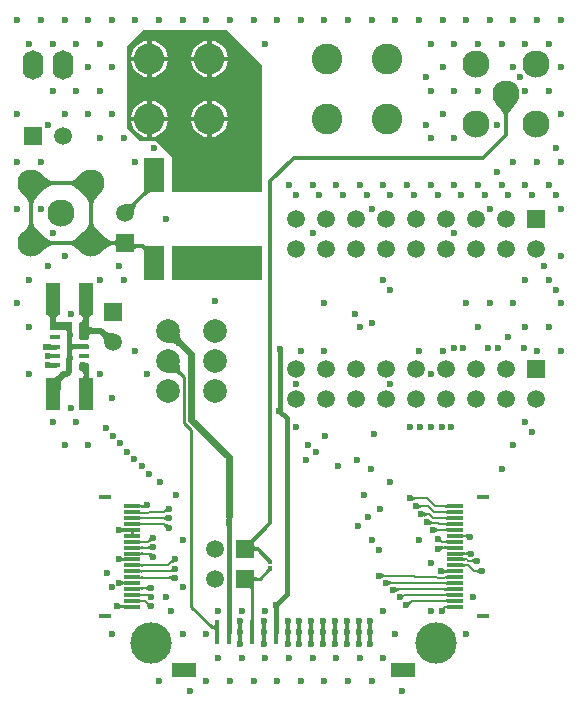
<source format=gtl>
G04*
G04 #@! TF.GenerationSoftware,Altium Limited,Altium Designer,25.0.2 (28)*
G04*
G04 Layer_Physical_Order=1*
G04 Layer_Color=255*
%FSLAX44Y44*%
%MOMM*%
G71*
G04*
G04 #@! TF.SameCoordinates,9294F1C2-9D63-464E-A418-A043A43F256C*
G04*
G04*
G04 #@! TF.FilePolarity,Positive*
G04*
G01*
G75*
%ADD10C,0.2000*%
%ADD12C,0.2500*%
%ADD14R,1.3000X2.7000*%
%ADD15R,1.6800X2.9500*%
%ADD16R,7.6200X2.9500*%
%ADD17R,1.4000X0.3000*%
%ADD18R,1.0000X0.3000*%
%ADD19R,0.3500X0.3500*%
%ADD20R,0.4000X2.0000*%
%ADD21R,2.0000X1.3000*%
%ADD22C,3.5000*%
%ADD23C,2.6000*%
%ADD24C,2.3000*%
%ADD25C,1.5200*%
%ADD26R,1.5200X1.5200*%
%ADD27C,2.0000*%
%ADD28R,1.5200X1.5200*%
%ADD29O,1.7500X2.5000*%
%ADD30C,0.6000*%
%ADD31C,0.6497*%
G04:AMPARAMS|DCode=32|XSize=0.85mm|YSize=0.4mm|CornerRadius=0.1mm|HoleSize=0mm|Usage=FLASHONLY|Rotation=180.000|XOffset=0mm|YOffset=0mm|HoleType=Round|Shape=RoundedRectangle|*
%AMROUNDEDRECTD32*
21,1,0.8500,0.2000,0,0,180.0*
21,1,0.6500,0.4000,0,0,180.0*
1,1,0.2000,-0.3250,0.1000*
1,1,0.2000,0.3250,0.1000*
1,1,0.2000,0.3250,-0.1000*
1,1,0.2000,-0.3250,-0.1000*
%
%ADD32ROUNDEDRECTD32*%
G04:AMPARAMS|DCode=33|XSize=0.85mm|YSize=1.5mm|CornerRadius=0.102mm|HoleSize=0mm|Usage=FLASHONLY|Rotation=180.000|XOffset=0mm|YOffset=0mm|HoleType=Round|Shape=RoundedRectangle|*
%AMROUNDEDRECTD33*
21,1,0.8500,1.2960,0,0,180.0*
21,1,0.6460,1.5000,0,0,180.0*
1,1,0.2040,-0.3230,0.6480*
1,1,0.2040,0.3230,0.6480*
1,1,0.2040,0.3230,-0.6480*
1,1,0.2040,-0.3230,-0.6480*
%
%ADD33ROUNDEDRECTD33*%
G04:AMPARAMS|DCode=34|XSize=0.85mm|YSize=0.7mm|CornerRadius=0.1015mm|HoleSize=0mm|Usage=FLASHONLY|Rotation=180.000|XOffset=0mm|YOffset=0mm|HoleType=Round|Shape=RoundedRectangle|*
%AMROUNDEDRECTD34*
21,1,0.8500,0.4970,0,0,180.0*
21,1,0.6470,0.7000,0,0,180.0*
1,1,0.2030,-0.3235,0.2485*
1,1,0.2030,0.3235,0.2485*
1,1,0.2030,0.3235,-0.2485*
1,1,0.2030,-0.3235,-0.2485*
%
%ADD34ROUNDEDRECTD34*%
%ADD35C,0.5000*%
%ADD36C,0.4000*%
%ADD37C,0.3000*%
%ADD38C,0.3287*%
%ADD39C,0.6000*%
G36*
X453283Y496056D02*
X451233Y493743D01*
X450400Y492662D01*
X449695Y491630D01*
X449119Y490648D01*
X448670Y489716D01*
X448350Y488833D01*
X448158Y488001D01*
X448094Y487218D01*
X444807D01*
X444743Y488001D01*
X444551Y488833D01*
X444230Y489716D01*
X443782Y490648D01*
X443205Y491630D01*
X442501Y492662D01*
X441668Y493743D01*
X439618Y496056D01*
X438400Y497287D01*
X454500D01*
X453283Y496056D01*
D02*
G37*
G36*
X146578Y422661D02*
X146249Y422767D01*
X145864Y422772D01*
X145422Y422675D01*
X144925Y422476D01*
X144372Y422175D01*
X143764Y421773D01*
X143099Y421268D01*
X141601Y419954D01*
X140768Y419145D01*
X138157Y421180D01*
X138875Y421922D01*
X139990Y423220D01*
X140387Y423778D01*
X140676Y424273D01*
X140858Y424707D01*
X140932Y425080D01*
X140899Y425391D01*
X140759Y425640D01*
X140511Y425828D01*
X146578Y422661D01*
D02*
G37*
G36*
X239550Y530450D02*
Y422600D01*
X163350D01*
Y451350D01*
X164000Y452000D01*
X150000Y466000D01*
X137000D01*
X126000Y477000D01*
Y546400D01*
X139600Y560000D01*
X210000D01*
X239550Y530450D01*
D02*
G37*
G36*
X87187Y422350D02*
X85956Y423567D01*
X83644Y425617D01*
X82562Y426450D01*
X81530Y427155D01*
X80548Y427732D01*
X79616Y428180D01*
X78733Y428501D01*
X77901Y428693D01*
X77118Y428757D01*
Y432043D01*
X77901Y432107D01*
X78733Y432299D01*
X79616Y432620D01*
X80548Y433068D01*
X81530Y433645D01*
X82562Y434350D01*
X83644Y435182D01*
X85956Y437233D01*
X87187Y438450D01*
Y422350D01*
D02*
G37*
G36*
X54044Y437233D02*
X56357Y435182D01*
X57438Y434350D01*
X58470Y433645D01*
X59452Y433068D01*
X60384Y432620D01*
X61267Y432299D01*
X62099Y432107D01*
X62882Y432043D01*
Y428757D01*
X62099Y428693D01*
X61267Y428501D01*
X60384Y428180D01*
X59452Y427732D01*
X58470Y427155D01*
X57438Y426450D01*
X56357Y425617D01*
X54044Y423567D01*
X52813Y422350D01*
Y438450D01*
X54044Y437233D01*
D02*
G37*
G36*
X102233Y420956D02*
X100183Y418643D01*
X99350Y417562D01*
X98645Y416530D01*
X98068Y415548D01*
X97620Y414616D01*
X97299Y413733D01*
X97107Y412901D01*
X97043Y412118D01*
X93757D01*
X93693Y412901D01*
X93500Y413733D01*
X93180Y414616D01*
X92732Y415548D01*
X92155Y416530D01*
X91450Y417562D01*
X90617Y418643D01*
X88567Y420956D01*
X87350Y422187D01*
X103450D01*
X102233Y420956D01*
D02*
G37*
G36*
X51433D02*
X49383Y418643D01*
X48550Y417562D01*
X47845Y416530D01*
X47268Y415548D01*
X46820Y414616D01*
X46500Y413733D01*
X46307Y412901D01*
X46243Y412118D01*
X42957D01*
X42893Y412901D01*
X42701Y413733D01*
X42380Y414616D01*
X41932Y415548D01*
X41355Y416530D01*
X40650Y417562D01*
X39817Y418643D01*
X37767Y420956D01*
X36550Y422187D01*
X52650D01*
X51433Y420956D01*
D02*
G37*
G36*
X133633Y412009D02*
X133238Y411562D01*
X132885Y411053D01*
X132575Y410483D01*
X132307Y409851D01*
X132082Y409158D01*
X131900Y408405D01*
X131761Y407589D01*
X131664Y406713D01*
X131611Y405775D01*
X131600Y404776D01*
X124076Y412300D01*
X125075Y412311D01*
X126889Y412461D01*
X127704Y412600D01*
X128458Y412782D01*
X129151Y413007D01*
X129783Y413274D01*
X130353Y413585D01*
X130862Y413938D01*
X131309Y414333D01*
X133633Y412009D01*
D02*
G37*
G36*
X97107Y397099D02*
X97299Y396267D01*
X97620Y395384D01*
X98068Y394452D01*
X98645Y393470D01*
X99350Y392438D01*
X100183Y391356D01*
X102233Y389044D01*
X103450Y387813D01*
X87350D01*
X88567Y389044D01*
X90617Y391356D01*
X91450Y392438D01*
X92155Y393470D01*
X92732Y394452D01*
X93180Y395384D01*
X93500Y396267D01*
X93693Y397099D01*
X93757Y397882D01*
X97043D01*
X97107Y397099D01*
D02*
G37*
G36*
X46307D02*
X46500Y396267D01*
X46820Y395384D01*
X47268Y394452D01*
X47845Y393470D01*
X48550Y392438D01*
X49383Y391356D01*
X51433Y389044D01*
X52650Y387813D01*
X36550D01*
X37767Y389044D01*
X39817Y391356D01*
X40650Y392438D01*
X41355Y393470D01*
X41932Y394452D01*
X42380Y395384D01*
X42701Y396267D01*
X42893Y397099D01*
X42957Y397882D01*
X46243D01*
X46307Y397099D01*
D02*
G37*
G36*
X104844Y386433D02*
X107156Y384383D01*
X108238Y383550D01*
X109270Y382845D01*
X110252Y382268D01*
X111184Y381820D01*
X112067Y381499D01*
X112899Y381307D01*
X113552Y381254D01*
X113774Y381260D01*
X114338Y381309D01*
X114836Y381391D01*
X115267Y381506D01*
X115632Y381654D01*
X115930Y381835D01*
X116163Y382048D01*
X116328Y382295D01*
X116428Y382574D01*
X116461Y382887D01*
Y376314D01*
X116428Y376626D01*
X116328Y376905D01*
X116163Y377151D01*
X115930Y377365D01*
X115632Y377546D01*
X115267Y377694D01*
X114836Y377809D01*
X114338Y377891D01*
X113774Y377940D01*
X113552Y377946D01*
X112899Y377893D01*
X112067Y377701D01*
X111184Y377380D01*
X110252Y376932D01*
X109270Y376355D01*
X108238Y375650D01*
X107156Y374817D01*
X104844Y372767D01*
X103613Y371550D01*
Y387650D01*
X104844Y386433D01*
D02*
G37*
G36*
X131572Y379870D02*
X131672Y379590D01*
X131838Y379344D01*
X132070Y379130D01*
X132368Y378950D01*
X132733Y378802D01*
X133164Y378687D01*
X133662Y378604D01*
X134226Y378555D01*
X134856Y378539D01*
Y375252D01*
X134226Y375236D01*
X133662Y375186D01*
X133164Y375104D01*
X132733Y374989D01*
X132368Y374841D01*
X132070Y374661D01*
X131838Y374447D01*
X131672Y374201D01*
X131572Y373921D01*
X131539Y373609D01*
Y380182D01*
X131572Y379870D01*
D02*
G37*
G36*
X87187Y371550D02*
X85956Y372767D01*
X83644Y374817D01*
X82562Y375650D01*
X81530Y376355D01*
X80548Y376932D01*
X79616Y377380D01*
X78733Y377701D01*
X77901Y377893D01*
X77118Y377957D01*
Y381243D01*
X77901Y381307D01*
X78733Y381499D01*
X79616Y381820D01*
X80548Y382268D01*
X81530Y382845D01*
X82562Y383550D01*
X83644Y384383D01*
X85956Y386433D01*
X87187Y387650D01*
Y371550D01*
D02*
G37*
G36*
X54044Y386433D02*
X56357Y384383D01*
X57438Y383550D01*
X58470Y382845D01*
X59452Y382268D01*
X60384Y381820D01*
X61267Y381499D01*
X62099Y381307D01*
X62882Y381243D01*
Y377957D01*
X62099Y377893D01*
X61267Y377701D01*
X60384Y377380D01*
X59452Y376932D01*
X58470Y376355D01*
X57438Y375650D01*
X56357Y374817D01*
X54044Y372767D01*
X52813Y371550D01*
Y387650D01*
X54044Y386433D01*
D02*
G37*
G36*
X67525Y318511D02*
X67100Y318360D01*
X66725Y318108D01*
X66400Y317756D01*
X66125Y317303D01*
X65900Y316750D01*
X65725Y316096D01*
X65600Y315341D01*
X65525Y314486D01*
X65500Y313530D01*
X60500D01*
X60475Y314486D01*
X60400Y315341D01*
X60275Y316096D01*
X60100Y316750D01*
X59875Y317303D01*
X59600Y317756D01*
X59275Y318108D01*
X58900Y318360D01*
X58475Y318511D01*
X58000Y318561D01*
X68000D01*
X67525Y318511D01*
D02*
G37*
G36*
X95525D02*
X95100Y318360D01*
X94725Y318108D01*
X94400Y317756D01*
X94125Y317303D01*
X93900Y316750D01*
X93725Y316096D01*
X93600Y315341D01*
X93525Y314486D01*
X93500Y313530D01*
X93430D01*
X93412Y312366D01*
X86006Y312955D01*
X86480Y312970D01*
X86904Y313093D01*
X87278Y313325D01*
X87602Y313665D01*
X87877Y314114D01*
X88101Y314672D01*
X88276Y315338D01*
X88337Y315721D01*
X88275Y316096D01*
X88100Y316750D01*
X87875Y317303D01*
X87600Y317756D01*
X87275Y318108D01*
X86900Y318360D01*
X86475Y318511D01*
X86000Y318561D01*
X96000D01*
X95525Y318511D01*
D02*
G37*
G36*
X93509Y310025D02*
X93660Y309600D01*
X93911Y309225D01*
X94263Y308900D01*
X94716Y308625D01*
X95269Y308400D01*
X95923Y308225D01*
X96678Y308100D01*
X97533Y308025D01*
X98489Y308000D01*
Y303000D01*
X97533Y302975D01*
X96678Y302900D01*
X95923Y302775D01*
X95269Y302600D01*
X94716Y302375D01*
X94263Y302100D01*
X93911Y301775D01*
X93660Y301400D01*
X93509Y300975D01*
X93458Y300500D01*
Y310500D01*
X93509Y310025D01*
D02*
G37*
G36*
X107854Y305091D02*
X108399Y304666D01*
X108972Y304292D01*
X109574Y303969D01*
X110205Y303697D01*
X110865Y303475D01*
X111554Y303305D01*
X112272Y303186D01*
X113018Y303117D01*
X113794Y303099D01*
X106270Y295576D01*
X106253Y296351D01*
X106184Y297098D01*
X106065Y297815D01*
X105894Y298504D01*
X105673Y299164D01*
X105401Y299795D01*
X105078Y300398D01*
X104704Y300971D01*
X104279Y301516D01*
X103803Y302031D01*
X107338Y305567D01*
X107854Y305091D01*
D02*
G37*
G36*
X170021Y304204D02*
X170106Y303157D01*
X170256Y302159D01*
X170470Y301209D01*
X170749Y300308D01*
X171092Y299456D01*
X171500Y298652D01*
X171972Y297897D01*
X172508Y297191D01*
X173109Y296533D01*
X168867Y292291D01*
X168209Y292892D01*
X167503Y293428D01*
X166748Y293900D01*
X165944Y294308D01*
X165092Y294651D01*
X164191Y294930D01*
X163241Y295144D01*
X162243Y295294D01*
X161196Y295380D01*
X160100Y295401D01*
X170000Y305300D01*
X170021Y304204D01*
D02*
G37*
G36*
X59179Y294081D02*
X59250Y294064D01*
X59354Y294049D01*
X59665Y294025D01*
X60694Y294001D01*
X61036Y294000D01*
Y290000D01*
X59142Y289900D01*
Y294100D01*
X59179Y294081D01*
D02*
G37*
G36*
X60706Y282498D02*
X58992Y282500D01*
Y285500D01*
X60706Y285502D01*
X60706Y282498D01*
D02*
G37*
G36*
X61263Y285986D02*
X61413Y285884D01*
X61585Y285794D01*
X61778Y285716D01*
X61993Y285650D01*
X62229Y285596D01*
X62487Y285554D01*
X62767Y285524D01*
X63390Y285500D01*
X63390Y282500D01*
X63068Y282494D01*
X62487Y282446D01*
X62229Y282404D01*
X61993Y282350D01*
X61778Y282284D01*
X61585Y282206D01*
X61413Y282116D01*
X61263Y282014D01*
X61135Y281900D01*
X61135Y286100D01*
X61263Y285986D01*
D02*
G37*
G36*
X61208Y278081D02*
X61278Y278064D01*
X61383Y278049D01*
X61694Y278025D01*
X62723Y278001D01*
X63065Y278000D01*
Y274000D01*
X61171Y273900D01*
Y278100D01*
X61208Y278081D01*
D02*
G37*
G36*
X78500Y313000D02*
X78699D01*
X79066Y312848D01*
X79348Y312567D01*
X79500Y312199D01*
Y312000D01*
X79500Y295000D01*
X79519Y294805D01*
X79668Y294444D01*
X79944Y294168D01*
X80305Y294019D01*
X80500Y294000D01*
X92500D01*
Y294000D01*
X92699D01*
X93066Y293848D01*
X93348Y293566D01*
X93500Y293199D01*
Y293000D01*
Y291000D01*
Y290801D01*
X93348Y290434D01*
X93066Y290152D01*
X92699Y290000D01*
X80500D01*
Y290000D01*
X80305Y289981D01*
X79944Y289832D01*
X79668Y289556D01*
X79519Y289195D01*
X79500Y289000D01*
Y272000D01*
X79500D01*
Y271801D01*
X79348Y271434D01*
X79066Y271152D01*
X78699Y271000D01*
X75301D01*
X74934Y271152D01*
X74652Y271434D01*
X74500Y271801D01*
Y272000D01*
X74500Y305000D01*
X74500D01*
X74481Y305195D01*
X74331Y305555D01*
X74056Y305831D01*
X73695Y305981D01*
X73500Y306000D01*
X61500Y306000D01*
X61301D01*
X60933Y306152D01*
X60652Y306434D01*
X60500Y306801D01*
Y307000D01*
Y312000D01*
Y312199D01*
X60652Y312567D01*
X60933Y312848D01*
X61301Y313000D01*
X61500D01*
X78500Y313000D01*
X78500Y313000D01*
D02*
G37*
G36*
X170006Y278348D02*
X170304Y274391D01*
X170495Y273306D01*
X170732Y272337D01*
X171016Y271484D01*
X171345Y270748D01*
X171721Y270128D01*
X172142Y269626D01*
X170374Y267858D01*
X169872Y268279D01*
X169252Y268655D01*
X168516Y268984D01*
X167663Y269268D01*
X166694Y269505D01*
X165609Y269696D01*
X164406Y269841D01*
X161652Y269994D01*
X160100Y270000D01*
X170000Y279900D01*
X170006Y278348D01*
D02*
G37*
G36*
X93334Y271475D02*
X93264Y271255D01*
X93202Y270971D01*
X93148Y270622D01*
X93066Y269731D01*
X93028Y268613D01*
X93080Y268018D01*
X93180Y267414D01*
X93320Y266890D01*
X93500Y266447D01*
X93720Y266084D01*
X93980Y265802D01*
X94280Y265600D01*
X94620Y265479D01*
X95000Y265439D01*
X87000D01*
X87380Y265479D01*
X87720Y265600D01*
X88020Y265802D01*
X88280Y266084D01*
X88500Y266447D01*
X88680Y266890D01*
X88820Y267414D01*
X88920Y268018D01*
X88942Y268265D01*
X88920Y268521D01*
X88820Y269144D01*
X88680Y269679D01*
X88500Y270126D01*
X88280Y270485D01*
X88020Y270756D01*
X87720Y270939D01*
X87380Y271035D01*
X87000Y271042D01*
X93412Y271631D01*
X93334Y271475D01*
D02*
G37*
G36*
X73005Y266469D02*
X72086Y265527D01*
X70078Y263175D01*
X69658Y262549D01*
X69364Y262003D01*
X69195Y261535D01*
X69152Y261147D01*
X69233Y260838D01*
X69439Y260609D01*
X62609Y265439D01*
X62921Y265315D01*
X63320Y265324D01*
X63805Y265465D01*
X64378Y265739D01*
X65037Y266146D01*
X65782Y266685D01*
X66615Y267357D01*
X68540Y269098D01*
X69632Y270168D01*
X73005Y266469D01*
D02*
G37*
G36*
X367361Y165386D02*
X367587Y165199D01*
X367819Y165034D01*
X368058Y164891D01*
X368303Y164770D01*
X368555Y164671D01*
X368813Y164594D01*
X369078Y164539D01*
X369350Y164506D01*
X369628Y164495D01*
Y162495D01*
X369350Y162484D01*
X369078Y162451D01*
X368813Y162396D01*
X368555Y162319D01*
X368303Y162220D01*
X368058Y162099D01*
X367819Y161956D01*
X367587Y161791D01*
X367361Y161604D01*
X367142Y161395D01*
Y165595D01*
X367361Y165386D01*
D02*
G37*
G36*
X141890Y155213D02*
X141607Y155318D01*
X141000Y155494D01*
X140677Y155566D01*
X139992Y155676D01*
X139630Y155715D01*
X138697Y155755D01*
X137859Y155688D01*
X137640Y155645D01*
X137459Y155592D01*
X137319Y155529D01*
X137219Y155457D01*
X137160Y155376D01*
X137140Y155285D01*
Y158224D01*
X137160Y158137D01*
X137219Y158059D01*
X137319Y157990D01*
X137459Y157930D01*
X137640Y157879D01*
X137859Y157838D01*
X138119Y157806D01*
X138535Y157782D01*
X138771Y157815D01*
X139021Y157879D01*
X139250Y157967D01*
X139458Y158081D01*
X139644Y158221D01*
X139810Y158385D01*
X139956Y158575D01*
X140080Y158791D01*
X140183Y159031D01*
X141890Y155213D01*
D02*
G37*
G36*
X396265Y155283D02*
X396245Y155372D01*
X396185Y155452D01*
X396085Y155522D01*
X395945Y155583D01*
X395765Y155635D01*
X395545Y155677D01*
X395285Y155710D01*
X394645Y155748D01*
X394265Y155752D01*
Y157752D01*
X394645Y157757D01*
X395545Y157828D01*
X395765Y157870D01*
X395945Y157921D01*
X396085Y157982D01*
X396185Y158053D01*
X396245Y158133D01*
X396265Y158222D01*
Y155283D01*
D02*
G37*
G36*
X372361Y158639D02*
X372587Y158452D01*
X372819Y158287D01*
X373058Y158144D01*
X373303Y158023D01*
X373555Y157924D01*
X373813Y157847D01*
X374078Y157792D01*
X374350Y157759D01*
X374628Y157748D01*
Y155748D01*
X374350Y155737D01*
X374078Y155704D01*
X373813Y155649D01*
X373555Y155572D01*
X373303Y155473D01*
X373058Y155352D01*
X372819Y155209D01*
X372587Y155044D01*
X372361Y154857D01*
X372142Y154648D01*
Y158848D01*
X372361Y158639D01*
D02*
G37*
G36*
X160206Y151861D02*
X159932Y151923D01*
X159665Y151957D01*
X159405Y151962D01*
X159152Y151938D01*
X158906Y151887D01*
X158666Y151806D01*
X158434Y151698D01*
X158209Y151560D01*
X157990Y151395D01*
X157778Y151201D01*
X156764Y153015D01*
X156946Y153209D01*
X157117Y153414D01*
X157278Y153632D01*
X157427Y153862D01*
X157565Y154103D01*
X157692Y154357D01*
X157809Y154622D01*
X158008Y155189D01*
X158092Y155491D01*
X160206Y151861D01*
D02*
G37*
G36*
X396265Y150283D02*
X396245Y150372D01*
X396185Y150452D01*
X396085Y150522D01*
X395945Y150583D01*
X395765Y150635D01*
X395545Y150677D01*
X395285Y150710D01*
X394645Y150748D01*
X394265Y150752D01*
Y152752D01*
X394645Y152757D01*
X395545Y152828D01*
X395765Y152870D01*
X395945Y152921D01*
X396085Y152982D01*
X396185Y153053D01*
X396245Y153133D01*
X396265Y153222D01*
Y150283D01*
D02*
G37*
G36*
X137123Y152476D02*
X137162Y152429D01*
X137228Y152388D01*
X137319Y152353D01*
X137437Y152323D01*
X137580Y152298D01*
X137749Y152279D01*
X138166Y152257D01*
X138413Y152254D01*
Y150254D01*
X137140Y150285D01*
X137109Y152528D01*
X137123Y152476D01*
D02*
G37*
G36*
X377361Y151891D02*
X377587Y151704D01*
X377819Y151539D01*
X378058Y151396D01*
X378303Y151275D01*
X378555Y151176D01*
X378813Y151099D01*
X379078Y151044D01*
X379350Y151011D01*
X379628Y151000D01*
Y149000D01*
X379350Y148989D01*
X379078Y148956D01*
X378813Y148901D01*
X378555Y148824D01*
X378303Y148725D01*
X378058Y148604D01*
X377819Y148461D01*
X377587Y148296D01*
X377361Y148109D01*
X377142Y147900D01*
Y152100D01*
X377361Y151891D01*
D02*
G37*
G36*
X396265Y145283D02*
X396245Y145372D01*
X396185Y145452D01*
X396085Y145522D01*
X395945Y145583D01*
X395765Y145635D01*
X395545Y145677D01*
X395285Y145710D01*
X394645Y145748D01*
X394265Y145752D01*
Y147752D01*
X394645Y147757D01*
X395545Y147828D01*
X395765Y147870D01*
X395945Y147921D01*
X396085Y147982D01*
X396185Y148053D01*
X396245Y148133D01*
X396265Y148222D01*
Y145283D01*
D02*
G37*
G36*
X158858Y144654D02*
X158639Y144863D01*
X158413Y145050D01*
X158181Y145215D01*
X157942Y145358D01*
X157697Y145479D01*
X157445Y145578D01*
X157187Y145655D01*
X156922Y145710D01*
X156650Y145743D01*
X156372Y145754D01*
Y147754D01*
X156650Y147765D01*
X156922Y147798D01*
X157187Y147853D01*
X157445Y147930D01*
X157697Y148029D01*
X157942Y148150D01*
X158181Y148293D01*
X158413Y148458D01*
X158639Y148645D01*
X158858Y148854D01*
Y144654D01*
D02*
G37*
G36*
X382637Y144735D02*
X382825Y144529D01*
X383024Y144347D01*
X383235Y144189D01*
X383459Y144056D01*
X383694Y143947D01*
X383942Y143862D01*
X384202Y143801D01*
X384474Y143764D01*
X384758Y143752D01*
X384398Y141752D01*
X384127Y141743D01*
X383858Y141715D01*
X383591Y141669D01*
X383325Y141604D01*
X383060Y141520D01*
X382798Y141418D01*
X382536Y141298D01*
X382277Y141159D01*
X382019Y141001D01*
X381763Y140825D01*
X382463Y144966D01*
X382637Y144735D01*
D02*
G37*
G36*
X137160Y143135D02*
X137219Y143055D01*
X137319Y142984D01*
X137459Y142923D01*
X137640Y142872D01*
X137859Y142830D01*
X138119Y142797D01*
X138759Y142759D01*
X139139Y142754D01*
Y140754D01*
X138759Y140750D01*
X137859Y140679D01*
X137640Y140637D01*
X137459Y140585D01*
X137319Y140524D01*
X137219Y140454D01*
X137160Y140374D01*
X137140Y140285D01*
Y143224D01*
X137160Y143135D01*
D02*
G37*
G36*
X396265Y140283D02*
X396245Y140372D01*
X396185Y140452D01*
X396085Y140522D01*
X395945Y140583D01*
X395765Y140635D01*
X395545Y140677D01*
X395285Y140710D01*
X394645Y140748D01*
X394265Y140752D01*
Y142752D01*
X394645Y142757D01*
X395545Y142828D01*
X395765Y142870D01*
X395945Y142921D01*
X396085Y142982D01*
X396185Y143053D01*
X396245Y143133D01*
X396265Y143222D01*
Y140283D01*
D02*
G37*
G36*
X213801Y146096D02*
X213780Y145895D01*
X213745Y145141D01*
X213701Y140063D01*
X209701D01*
X209578Y146179D01*
X213824D01*
X213801Y146096D01*
D02*
G37*
G36*
X157990Y142114D02*
X158209Y141948D01*
X158434Y141811D01*
X158666Y141702D01*
X158906Y141622D01*
X159152Y141570D01*
X159405Y141547D01*
X159665Y141552D01*
X159932Y141585D01*
X160206Y141647D01*
X158092Y138018D01*
X158008Y138320D01*
X157809Y138886D01*
X157692Y139152D01*
X157565Y139406D01*
X157427Y139647D01*
X157278Y139877D01*
X157117Y140094D01*
X156946Y140300D01*
X156764Y140494D01*
X157778Y142308D01*
X157990Y142114D01*
D02*
G37*
G36*
X121176Y138645D02*
X121401Y138458D01*
X121634Y138293D01*
X121872Y138150D01*
X122118Y138029D01*
X122369Y137930D01*
X122619Y137856D01*
X122701Y137872D01*
X122880Y137923D01*
X123020Y137984D01*
X123120Y138055D01*
X123181Y138135D01*
X123201Y138224D01*
Y137764D01*
X123443Y137754D01*
Y135754D01*
X123201Y135745D01*
Y135285D01*
X123181Y135374D01*
X123120Y135454D01*
X123020Y135524D01*
X122880Y135585D01*
X122701Y135637D01*
X122619Y135653D01*
X122369Y135578D01*
X122118Y135479D01*
X121872Y135358D01*
X121634Y135215D01*
X121401Y135050D01*
X121176Y134863D01*
X120957Y134654D01*
Y138854D01*
X121176Y138645D01*
D02*
G37*
G36*
X396265Y135283D02*
X396245Y135372D01*
X396185Y135452D01*
X396085Y135522D01*
X395945Y135583D01*
X395765Y135635D01*
X395545Y135677D01*
X395285Y135710D01*
X394645Y135748D01*
X394265Y135752D01*
Y137752D01*
X394645Y137757D01*
X395545Y137828D01*
X395765Y137870D01*
X395945Y137921D01*
X396085Y137983D01*
X396185Y138053D01*
X396245Y138133D01*
X396265Y138222D01*
Y135283D01*
D02*
G37*
G36*
X387361Y138643D02*
X387587Y138456D01*
X387819Y138291D01*
X388058Y138148D01*
X388303Y138027D01*
X388555Y137928D01*
X388813Y137851D01*
X389078Y137796D01*
X389350Y137763D01*
X389628Y137752D01*
Y135752D01*
X389350Y135741D01*
X389078Y135708D01*
X388813Y135653D01*
X388555Y135576D01*
X388303Y135477D01*
X388058Y135356D01*
X387819Y135213D01*
X387587Y135048D01*
X387361Y134861D01*
X387142Y134652D01*
Y138852D01*
X387361Y138643D01*
D02*
G37*
G36*
X131980Y135265D02*
X131810Y135205D01*
X131660Y135105D01*
X131530Y134965D01*
X131420Y134785D01*
X131330Y134565D01*
X131260Y134305D01*
X131250Y134247D01*
X131260Y134188D01*
X131330Y133924D01*
X131420Y133701D01*
X131530Y133518D01*
X131660Y133376D01*
X131810Y133275D01*
X131980Y133214D01*
X132170Y133193D01*
X128170D01*
X128360Y133214D01*
X128530Y133275D01*
X128680Y133376D01*
X128810Y133518D01*
X128920Y133701D01*
X129010Y133924D01*
X129080Y134188D01*
X129090Y134247D01*
X129080Y134305D01*
X129010Y134565D01*
X128920Y134785D01*
X128810Y134965D01*
X128680Y135105D01*
X128530Y135205D01*
X128360Y135265D01*
X128170Y135285D01*
X132170D01*
X131980Y135265D01*
D02*
G37*
G36*
X413399Y129504D02*
X413248Y129741D01*
X413082Y129954D01*
X412901Y130141D01*
X412705Y130303D01*
X412493Y130440D01*
X412267Y130553D01*
X412025Y130640D01*
X411769Y130702D01*
X411580Y130729D01*
X410924Y130677D01*
X410704Y130635D01*
X410524Y130583D01*
X410384Y130522D01*
X410284Y130452D01*
X410224Y130372D01*
X410204Y130283D01*
Y133222D01*
X410224Y133133D01*
X410284Y133053D01*
X410384Y132982D01*
X410524Y132921D01*
X410704Y132870D01*
X410924Y132828D01*
X411184Y132795D01*
X411824Y132757D01*
X411891Y132756D01*
X412031Y132760D01*
X412298Y132785D01*
X412565Y132826D01*
X412833Y132883D01*
X413102Y132957D01*
X413371Y133047D01*
X413640Y133153D01*
X414181Y133415D01*
X414453Y133570D01*
X413399Y129504D01*
D02*
G37*
G36*
X235293Y128370D02*
X234640Y127693D01*
X233611Y126481D01*
X233236Y125945D01*
X232954Y125457D01*
X232765Y125016D01*
X232669Y124622D01*
X232666Y124275D01*
X232756Y123975D01*
X232939Y123722D01*
X228322Y128339D01*
X228575Y128156D01*
X228874Y128066D01*
X229222Y128069D01*
X229616Y128165D01*
X230057Y128354D01*
X230545Y128636D01*
X231081Y129011D01*
X231663Y129479D01*
X232969Y130694D01*
X235293Y128370D01*
D02*
G37*
G36*
X147206Y127107D02*
X146932Y127169D01*
X146665Y127203D01*
X146405Y127207D01*
X146152Y127184D01*
X145906Y127132D01*
X145667Y127052D01*
X145434Y126943D01*
X145209Y126806D01*
X144990Y126641D01*
X144778Y126447D01*
X143764Y128260D01*
X143946Y128454D01*
X144117Y128660D01*
X144278Y128877D01*
X144427Y129107D01*
X144565Y129349D01*
X144692Y129602D01*
X144809Y129868D01*
X145008Y130435D01*
X145092Y130736D01*
X147206Y127107D01*
D02*
G37*
G36*
X391990Y128634D02*
X392019Y128578D01*
X392070Y128503D01*
X392143Y128410D01*
X392354Y128167D01*
X393037Y127459D01*
X391623Y126045D01*
X391494Y126171D01*
X391164Y126449D01*
X391073Y126509D01*
X390991Y126554D01*
X390918Y126582D01*
X390855Y126593D01*
X390801Y126589D01*
X390757Y126568D01*
X391982Y128672D01*
X391990Y128634D01*
D02*
G37*
G36*
X137160Y128135D02*
X137219Y128055D01*
X137319Y127984D01*
X137459Y127923D01*
X137640Y127872D01*
X137859Y127830D01*
X138119Y127797D01*
X138759Y127759D01*
X139139Y127754D01*
Y125754D01*
X138759Y125750D01*
X137859Y125679D01*
X137640Y125637D01*
X137459Y125585D01*
X137319Y125524D01*
X137219Y125454D01*
X137160Y125374D01*
X137140Y125285D01*
Y128224D01*
X137160Y128135D01*
D02*
G37*
G36*
X396265Y125283D02*
X396245Y125372D01*
X396185Y125452D01*
X396085Y125522D01*
X395945Y125583D01*
X395765Y125635D01*
X395545Y125677D01*
X395285Y125710D01*
X394645Y125748D01*
X394265Y125752D01*
Y127752D01*
X394645Y127757D01*
X395545Y127828D01*
X395765Y127870D01*
X395945Y127921D01*
X396085Y127982D01*
X396185Y128053D01*
X396245Y128133D01*
X396265Y128222D01*
Y125283D01*
D02*
G37*
G36*
X137160Y123158D02*
X137219Y123099D01*
X137319Y123047D01*
X137459Y123002D01*
X137640Y122964D01*
X137859Y122933D01*
X138420Y122891D01*
X139139Y122877D01*
Y120877D01*
X138759Y120871D01*
X138119Y120824D01*
X137859Y120782D01*
X137640Y120729D01*
X137459Y120664D01*
X137319Y120587D01*
X137219Y120498D01*
X137160Y120397D01*
X137140Y120285D01*
Y123224D01*
X137160Y123158D01*
D02*
G37*
G36*
X396265Y120283D02*
X396245Y120372D01*
X396185Y120452D01*
X396085Y120522D01*
X395945Y120583D01*
X395765Y120635D01*
X395545Y120677D01*
X395285Y120710D01*
X394645Y120748D01*
X394265Y120752D01*
Y122752D01*
X394645Y122757D01*
X395545Y122828D01*
X395765Y122870D01*
X395945Y122921D01*
X396085Y122982D01*
X396185Y123053D01*
X396245Y123133D01*
X396265Y123222D01*
Y120283D01*
D02*
G37*
G36*
X145945Y119814D02*
X145716Y120016D01*
X145482Y120197D01*
X145243Y120356D01*
X144998Y120494D01*
X144748Y120611D01*
X144493Y120707D01*
X144232Y120781D01*
X143966Y120835D01*
X143695Y120867D01*
X143418Y120877D01*
X143331Y122877D01*
X143611Y122888D01*
X143883Y122922D01*
X144147Y122979D01*
X144403Y123059D01*
X144651Y123160D01*
X144891Y123285D01*
X145124Y123433D01*
X145348Y123603D01*
X145565Y123795D01*
X145773Y124010D01*
X145945Y119814D01*
D02*
G37*
G36*
X390162Y123036D02*
X390415Y122977D01*
X391002Y122879D01*
X391695Y122809D01*
X392933Y122756D01*
X393398Y122752D01*
X393758Y120752D01*
X393464Y120740D01*
X393194Y120702D01*
X392948Y120640D01*
X392726Y120553D01*
X392529Y120441D01*
X392356Y120303D01*
X392207Y120141D01*
X392082Y119954D01*
X391982Y119742D01*
X391905Y119505D01*
X389935Y123103D01*
X390162Y123036D01*
D02*
G37*
G36*
X232972Y123729D02*
X233069Y123459D01*
X233232Y123221D01*
X233461Y123015D01*
X233754Y122840D01*
X234113Y122697D01*
X234537Y122586D01*
X235026Y122507D01*
X235580Y122459D01*
X236200Y122443D01*
Y119157D01*
X235580Y119141D01*
X235026Y119093D01*
X234537Y119014D01*
X234113Y118903D01*
X233754Y118760D01*
X233461Y118585D01*
X233232Y118379D01*
X233069Y118141D01*
X232972Y117871D01*
X232939Y117570D01*
Y124031D01*
X232972Y123729D01*
D02*
G37*
G36*
X137160Y118135D02*
X137219Y118055D01*
X137319Y117984D01*
X137459Y117923D01*
X137640Y117872D01*
X137859Y117830D01*
X138119Y117797D01*
X138759Y117759D01*
X139139Y117754D01*
Y115754D01*
X138759Y115750D01*
X137859Y115679D01*
X137640Y115637D01*
X137459Y115585D01*
X137319Y115524D01*
X137219Y115454D01*
X137160Y115374D01*
X137140Y115285D01*
Y118224D01*
X137160Y118135D01*
D02*
G37*
G36*
X410224Y118133D02*
X410284Y118053D01*
X410384Y117982D01*
X410524Y117921D01*
X410704Y117870D01*
X410924Y117828D01*
X411184Y117795D01*
X411824Y117757D01*
X412204Y117752D01*
Y115752D01*
X411824Y115748D01*
X410924Y115677D01*
X410704Y115635D01*
X410524Y115583D01*
X410384Y115522D01*
X410284Y115452D01*
X410224Y115372D01*
X410204Y115283D01*
Y118222D01*
X410224Y118133D01*
D02*
G37*
G36*
X414858Y114652D02*
X414639Y114861D01*
X414413Y115048D01*
X414181Y115213D01*
X413942Y115356D01*
X413697Y115477D01*
X413445Y115576D01*
X413187Y115653D01*
X412921Y115708D01*
X412650Y115741D01*
X412372Y115752D01*
Y117752D01*
X412650Y117763D01*
X412921Y117796D01*
X413187Y117851D01*
X413445Y117928D01*
X413697Y118027D01*
X413942Y118148D01*
X414181Y118291D01*
X414413Y118456D01*
X414639Y118643D01*
X414858Y118852D01*
Y114652D01*
D02*
G37*
G36*
X145068Y117280D02*
X145273Y117126D01*
X145484Y117000D01*
X145701Y116900D01*
X145925Y116828D01*
X146156Y116783D01*
X146393Y116765D01*
X146636Y116775D01*
X146887Y116811D01*
X147143Y116875D01*
X145077Y113327D01*
X145004Y113608D01*
X144820Y114144D01*
X144708Y114399D01*
X144584Y114645D01*
X144446Y114881D01*
X144295Y115109D01*
X144131Y115328D01*
X143954Y115539D01*
X143764Y115740D01*
X144870Y117461D01*
X145068Y117280D01*
D02*
G37*
G36*
X121526Y113756D02*
X121700Y113546D01*
X121888Y113361D01*
X122090Y113200D01*
X122306Y113064D01*
X122535Y112952D01*
X122735Y112881D01*
X122880Y112923D01*
X123020Y112984D01*
X123120Y113055D01*
X123181Y113135D01*
X123201Y113224D01*
Y112781D01*
X123309Y112767D01*
X123595Y112754D01*
X123201Y111112D01*
Y110285D01*
X123181Y110374D01*
X123120Y110454D01*
X123020Y110524D01*
X122880Y110585D01*
X122701Y110637D01*
X122480Y110679D01*
X122394Y110690D01*
X122311Y110677D01*
X122044Y110617D01*
X121777Y110539D01*
X121510Y110444D01*
X121243Y110333D01*
X120976Y110204D01*
X120444Y109894D01*
X121365Y113991D01*
X121526Y113756D01*
D02*
G37*
G36*
X410224Y113133D02*
X410284Y113053D01*
X410384Y112983D01*
X410524Y112921D01*
X410704Y112870D01*
X410924Y112828D01*
X411184Y112795D01*
X411824Y112757D01*
X412204Y112752D01*
Y110752D01*
X411824Y110748D01*
X410924Y110677D01*
X410704Y110635D01*
X410524Y110583D01*
X410384Y110522D01*
X410284Y110452D01*
X410224Y110372D01*
X410204Y110283D01*
Y113222D01*
X410224Y113133D01*
D02*
G37*
G36*
X165627Y109023D02*
X165334Y109049D01*
X165051Y109050D01*
X164776Y109027D01*
X164512Y108980D01*
X164257Y108909D01*
X164011Y108814D01*
X163774Y108695D01*
X163547Y108552D01*
X163330Y108384D01*
X163122Y108193D01*
X161881Y109780D01*
X162067Y109980D01*
X162237Y110192D01*
X162391Y110416D01*
X162529Y110652D01*
X162651Y110899D01*
X162756Y111159D01*
X162845Y111430D01*
X162918Y111712D01*
X162976Y112007D01*
X163016Y112313D01*
X165627Y109023D01*
D02*
G37*
G36*
X419538Y108539D02*
X419363Y108769D01*
X419175Y108976D01*
X418976Y109158D01*
X418765Y109316D01*
X418541Y109449D01*
X418306Y109558D01*
X418058Y109643D01*
X417798Y109704D01*
X417526Y109740D01*
X417242Y109752D01*
X417602Y111752D01*
X417873Y111762D01*
X418142Y111790D01*
X418409Y111836D01*
X418675Y111901D01*
X418940Y111984D01*
X419202Y112086D01*
X419464Y112207D01*
X419723Y112346D01*
X419981Y112504D01*
X420238Y112680D01*
X419538Y108539D01*
D02*
G37*
G36*
X245981Y113352D02*
X247490Y112050D01*
X247794Y111841D01*
X248069Y111679D01*
X248315Y111562D01*
X248532Y111493D01*
X248720Y111469D01*
X245280Y108031D01*
X245257Y108313D01*
X245187Y108615D01*
X245071Y108936D01*
X244909Y109276D01*
X244699Y109635D01*
X244444Y110014D01*
X244142Y110412D01*
X243398Y111264D01*
X242957Y111720D01*
X245530Y113793D01*
X245981Y113352D01*
D02*
G37*
G36*
X137160Y108135D02*
X137219Y108055D01*
X137319Y107984D01*
X137459Y107923D01*
X137640Y107872D01*
X137859Y107830D01*
X138119Y107797D01*
X138759Y107759D01*
X139139Y107754D01*
Y105754D01*
X138759Y105750D01*
X137859Y105679D01*
X137640Y105637D01*
X137459Y105585D01*
X137319Y105524D01*
X137219Y105454D01*
X137160Y105374D01*
X137140Y105285D01*
Y108224D01*
X137160Y108135D01*
D02*
G37*
G36*
X410224Y108133D02*
X410284Y108053D01*
X410384Y107982D01*
X410524Y107921D01*
X410704Y107870D01*
X410924Y107828D01*
X411184Y107795D01*
X411824Y107757D01*
X412204Y107752D01*
Y105752D01*
X411824Y105748D01*
X410924Y105677D01*
X410704Y105635D01*
X410524Y105583D01*
X410384Y105522D01*
X410284Y105452D01*
X410224Y105372D01*
X410204Y105283D01*
Y108222D01*
X410224Y108133D01*
D02*
G37*
G36*
X164240Y101570D02*
X164196Y101591D01*
X164143Y101595D01*
X164080Y101583D01*
X164008Y101555D01*
X163927Y101510D01*
X163836Y101450D01*
X163736Y101374D01*
X163507Y101172D01*
X163379Y101047D01*
X161965Y102461D01*
X162168Y102666D01*
X163011Y103631D01*
X163018Y103668D01*
X164240Y101570D01*
D02*
G37*
G36*
X248720Y102530D02*
X248384Y102513D01*
X248047Y102460D01*
X247708Y102371D01*
X247367Y102248D01*
X247024Y102089D01*
X246679Y101894D01*
X246332Y101664D01*
X245984Y101399D01*
X245633Y101099D01*
X245280Y100763D01*
X243513Y102530D01*
X243849Y102883D01*
X244149Y103234D01*
X244414Y103582D01*
X244644Y103929D01*
X244839Y104274D01*
X244998Y104617D01*
X245121Y104958D01*
X245210Y105297D01*
X245263Y105634D01*
X245280Y105969D01*
X248720Y102530D01*
D02*
G37*
G36*
X137160Y103135D02*
X137219Y103055D01*
X137319Y102984D01*
X137459Y102923D01*
X137640Y102872D01*
X137859Y102830D01*
X138119Y102797D01*
X138759Y102759D01*
X139139Y102754D01*
Y100754D01*
X138759Y100750D01*
X137859Y100679D01*
X137640Y100637D01*
X137459Y100585D01*
X137319Y100524D01*
X137219Y100454D01*
X137160Y100374D01*
X137140Y100285D01*
Y103224D01*
X137160Y103135D01*
D02*
G37*
G36*
X393535Y103643D02*
X393760Y103456D01*
X393993Y103291D01*
X394231Y103148D01*
X394477Y103027D01*
X394728Y102928D01*
X394987Y102851D01*
X395223Y102802D01*
X395545Y102828D01*
X395765Y102870D01*
X395945Y102921D01*
X396085Y102982D01*
X396185Y103053D01*
X396245Y103133D01*
X396265Y103222D01*
Y100283D01*
X396245Y100372D01*
X396185Y100452D01*
X396085Y100522D01*
X395945Y100583D01*
X395765Y100635D01*
X395545Y100677D01*
X395285Y100710D01*
X395272Y100711D01*
X395252Y100708D01*
X394987Y100653D01*
X394728Y100576D01*
X394477Y100477D01*
X394231Y100356D01*
X393993Y100213D01*
X393760Y100048D01*
X393535Y99861D01*
X393316Y99652D01*
Y103852D01*
X393535Y103643D01*
D02*
G37*
G36*
X423858Y99652D02*
X423639Y99861D01*
X423413Y100048D01*
X423181Y100213D01*
X422942Y100356D01*
X422697Y100477D01*
X422445Y100576D01*
X422187Y100653D01*
X421922Y100708D01*
X421650Y100741D01*
X421372Y100752D01*
Y102752D01*
X421650Y102763D01*
X421922Y102796D01*
X422187Y102851D01*
X422445Y102928D01*
X422697Y103027D01*
X422942Y103148D01*
X423181Y103291D01*
X423413Y103456D01*
X423639Y103643D01*
X423858Y103852D01*
Y99652D01*
D02*
G37*
G36*
X341361Y99891D02*
X341587Y99704D01*
X341819Y99539D01*
X342058Y99396D01*
X342303Y99275D01*
X342555Y99176D01*
X342813Y99099D01*
X343078Y99044D01*
X343350Y99011D01*
X343628Y99000D01*
Y97000D01*
X343350Y96989D01*
X343078Y96956D01*
X342813Y96901D01*
X342555Y96824D01*
X342303Y96725D01*
X342058Y96604D01*
X341819Y96461D01*
X341587Y96296D01*
X341361Y96109D01*
X341142Y95900D01*
Y100100D01*
X341361Y99891D01*
D02*
G37*
G36*
X137160Y98063D02*
X137219Y97919D01*
X137319Y97792D01*
X137459Y97682D01*
X137640Y97589D01*
X137859Y97513D01*
X138119Y97453D01*
X138420Y97411D01*
X138759Y97386D01*
X139139Y97377D01*
Y95377D01*
X137140Y95285D01*
Y98224D01*
X137160Y98063D01*
D02*
G37*
G36*
X396265Y95283D02*
X396249Y95372D01*
X396201Y95452D01*
X396120Y95522D01*
X396008Y95583D01*
X395863Y95635D01*
X395687Y95677D01*
X395478Y95710D01*
X395237Y95734D01*
X394659Y95752D01*
Y97752D01*
X394964Y97757D01*
X395478Y97795D01*
X395687Y97828D01*
X395863Y97870D01*
X396008Y97921D01*
X396120Y97982D01*
X396201Y98053D01*
X396249Y98133D01*
X396265Y98222D01*
Y95283D01*
D02*
G37*
G36*
X163611Y94186D02*
X163424Y94412D01*
X163227Y94615D01*
X163020Y94794D01*
X162801Y94948D01*
X162572Y95079D01*
X162332Y95187D01*
X162082Y95270D01*
X161820Y95330D01*
X161548Y95365D01*
X161265Y95377D01*
X161535Y97377D01*
X161808Y97387D01*
X162078Y97416D01*
X162345Y97465D01*
X162609Y97533D01*
X162871Y97621D01*
X163130Y97728D01*
X163386Y97855D01*
X163640Y98001D01*
X163891Y98167D01*
X164139Y98353D01*
X163611Y94186D01*
D02*
G37*
G36*
X232964Y97662D02*
X233040Y97450D01*
X233167Y97262D01*
X233344Y97100D01*
X233572Y96962D01*
X233850Y96850D01*
X234179Y96763D01*
X234559Y96700D01*
X234989Y96663D01*
X235469Y96650D01*
Y94150D01*
X234989Y94137D01*
X234559Y94100D01*
X234179Y94038D01*
X233850Y93950D01*
X233572Y93837D01*
X233344Y93700D01*
X233167Y93538D01*
X233040Y93350D01*
X232964Y93138D01*
X232939Y92900D01*
Y97900D01*
X232964Y97662D01*
D02*
G37*
G36*
X121455Y93645D02*
X121680Y93458D01*
X121913Y93293D01*
X122151Y93150D01*
X122397Y93029D01*
X122649Y92930D01*
X122774Y92893D01*
X122880Y92923D01*
X123020Y92984D01*
X123120Y93055D01*
X123181Y93135D01*
X123201Y93224D01*
Y92795D01*
X123444Y92765D01*
X123722Y92754D01*
Y90754D01*
X123444Y90743D01*
X123201Y90714D01*
Y90285D01*
X123181Y90374D01*
X123120Y90454D01*
X123020Y90524D01*
X122880Y90585D01*
X122774Y90616D01*
X122649Y90578D01*
X122397Y90479D01*
X122151Y90358D01*
X121913Y90215D01*
X121680Y90050D01*
X121455Y89863D01*
X121236Y89654D01*
Y90754D01*
X121201Y90754D01*
Y92754D01*
X121236Y92755D01*
Y93854D01*
X121455Y93645D01*
D02*
G37*
G36*
X396265Y90283D02*
X396245Y90372D01*
X396185Y90452D01*
X396085Y90522D01*
X395945Y90583D01*
X395765Y90635D01*
X395545Y90677D01*
X395285Y90710D01*
X394645Y90748D01*
X394265Y90752D01*
Y92752D01*
X394645Y92757D01*
X395545Y92828D01*
X395765Y92870D01*
X395945Y92921D01*
X396085Y92982D01*
X396185Y93053D01*
X396245Y93133D01*
X396265Y93222D01*
Y90283D01*
D02*
G37*
G36*
X347361Y93891D02*
X347587Y93704D01*
X347819Y93539D01*
X348058Y93396D01*
X348303Y93275D01*
X348555Y93176D01*
X348813Y93099D01*
X349078Y93044D01*
X349350Y93011D01*
X349628Y93000D01*
Y91000D01*
X349350Y90989D01*
X349078Y90956D01*
X348813Y90901D01*
X348555Y90824D01*
X348303Y90725D01*
X348058Y90604D01*
X347819Y90461D01*
X347587Y90296D01*
X347361Y90109D01*
X347142Y89900D01*
Y94100D01*
X347361Y93891D01*
D02*
G37*
G36*
X144447Y85433D02*
X144176Y85589D01*
X143635Y85852D01*
X143366Y85959D01*
X143097Y86049D01*
X142829Y86123D01*
X142561Y86180D01*
X142293Y86222D01*
X142027Y86246D01*
X141760Y86254D01*
X141211Y88254D01*
X141497Y88267D01*
X141769Y88304D01*
X142026Y88367D01*
X142268Y88454D01*
X142494Y88566D01*
X142706Y88703D01*
X142903Y88865D01*
X143084Y89053D01*
X143251Y89265D01*
X143403Y89502D01*
X144447Y85433D01*
D02*
G37*
G36*
X232966Y87806D02*
X232963Y87731D01*
X232951Y85330D01*
X230451D01*
X230439Y85806D01*
X230401Y86230D01*
X230339Y86606D01*
X230251Y86931D01*
X230139Y87205D01*
X230001Y87430D01*
X229839Y87605D01*
X229651Y87731D01*
X229439Y87806D01*
X229201Y87830D01*
X232969D01*
X232966Y87806D01*
D02*
G37*
G36*
X139139Y86254D02*
X138759Y86245D01*
X138420Y86216D01*
X138119Y86167D01*
X137859Y86099D01*
X137640Y86012D01*
X137459Y85905D01*
X137319Y85779D01*
X137219Y85634D01*
X137160Y85469D01*
X137140Y85285D01*
Y88224D01*
X137160Y88230D01*
X137219Y88235D01*
X137640Y88247D01*
X139139Y88254D01*
Y86254D01*
D02*
G37*
G36*
X396265Y85283D02*
X396245Y85301D01*
X396185Y85316D01*
X396085Y85330D01*
X395945Y85343D01*
X394985Y85372D01*
X394265Y85376D01*
Y87376D01*
X394645Y87385D01*
X395285Y87452D01*
X395545Y87512D01*
X395765Y87588D01*
X395945Y87681D01*
X396085Y87791D01*
X396185Y87917D01*
X396245Y88061D01*
X396265Y88222D01*
Y85283D01*
D02*
G37*
G36*
X353110Y88167D02*
X353361Y88001D01*
X353614Y87854D01*
X353870Y87727D01*
X354129Y87620D01*
X354391Y87532D01*
X354656Y87464D01*
X354923Y87415D01*
X355193Y87386D01*
X355466Y87376D01*
X355734Y85376D01*
X355452Y85364D01*
X355180Y85329D01*
X354918Y85269D01*
X354668Y85186D01*
X354428Y85078D01*
X354198Y84948D01*
X353980Y84793D01*
X353772Y84614D01*
X353575Y84411D01*
X353389Y84185D01*
X352862Y88352D01*
X353110Y88167D01*
D02*
G37*
G36*
X137160Y83135D02*
X137219Y83055D01*
X137319Y82984D01*
X137459Y82923D01*
X137640Y82872D01*
X137859Y82830D01*
X138119Y82797D01*
X138759Y82759D01*
X139139Y82754D01*
Y80754D01*
X138759Y80750D01*
X137859Y80679D01*
X137640Y80637D01*
X137459Y80585D01*
X137319Y80524D01*
X137219Y80454D01*
X137160Y80374D01*
X137140Y80285D01*
Y83224D01*
X137160Y83135D01*
D02*
G37*
G36*
X396265Y80283D02*
X396245Y80372D01*
X396185Y80452D01*
X396085Y80522D01*
X395945Y80583D01*
X395765Y80635D01*
X395545Y80677D01*
X395285Y80710D01*
X394645Y80748D01*
X394265Y80752D01*
Y82752D01*
X394645Y82757D01*
X395545Y82828D01*
X395765Y82870D01*
X395945Y82921D01*
X396085Y82982D01*
X396185Y83053D01*
X396245Y83133D01*
X396265Y83222D01*
Y80283D01*
D02*
G37*
G36*
X366221Y74826D02*
X366038Y74632D01*
X365867Y74425D01*
X365708Y74206D01*
X365560Y73974D01*
X365425Y73731D01*
X365301Y73476D01*
X365190Y73209D01*
X365090Y72930D01*
X364926Y72336D01*
X362723Y75912D01*
X363000Y75856D01*
X363270Y75828D01*
X363533Y75827D01*
X363789Y75854D01*
X364037Y75909D01*
X364277Y75992D01*
X364511Y76102D01*
X364737Y76240D01*
X364955Y76406D01*
X365166Y76600D01*
X366221Y74826D01*
D02*
G37*
G36*
X137160Y78135D02*
X137219Y78055D01*
X137319Y77984D01*
X137459Y77923D01*
X137640Y77872D01*
X137859Y77829D01*
X138119Y77797D01*
X138759Y77759D01*
X139139Y77754D01*
Y75754D01*
X138759Y75750D01*
X137859Y75679D01*
X137640Y75637D01*
X137459Y75585D01*
X137319Y75524D01*
X137219Y75454D01*
X137160Y75374D01*
X137140Y75285D01*
Y78224D01*
X137160Y78135D01*
D02*
G37*
G36*
X396265Y75283D02*
X396245Y75372D01*
X396185Y75452D01*
X396085Y75522D01*
X395945Y75583D01*
X395765Y75635D01*
X395545Y75677D01*
X395285Y75710D01*
X394645Y75748D01*
X394265Y75752D01*
Y77752D01*
X394645Y77757D01*
X395545Y77828D01*
X395765Y77870D01*
X395945Y77921D01*
X396085Y77982D01*
X396185Y78053D01*
X396245Y78133D01*
X396265Y78222D01*
Y75283D01*
D02*
G37*
G36*
X143330Y75616D02*
X143547Y75448D01*
X143774Y75305D01*
X144011Y75186D01*
X144257Y75091D01*
X144512Y75020D01*
X144776Y74973D01*
X145051Y74950D01*
X145334Y74952D01*
X145627Y74977D01*
X143016Y71687D01*
X142976Y71993D01*
X142919Y72288D01*
X142845Y72571D01*
X142756Y72842D01*
X142650Y73101D01*
X142529Y73348D01*
X142391Y73584D01*
X142237Y73808D01*
X142067Y74020D01*
X141881Y74220D01*
X143122Y75807D01*
X143330Y75616D01*
D02*
G37*
G36*
X396265Y70283D02*
X396251Y70300D01*
X396209Y70315D01*
X396140Y70328D01*
X396042Y70340D01*
X395764Y70358D01*
X395299Y70366D01*
X395041Y70073D01*
X394954Y69956D01*
X394887Y69852D01*
X394838Y69759D01*
X394809Y69680D01*
X394799Y69612D01*
X394808Y69557D01*
X393056Y71308D01*
X393112Y71299D01*
X393179Y71310D01*
X393259Y71339D01*
X393351Y71387D01*
X393456Y71455D01*
X393573Y71542D01*
X393844Y71772D01*
X394165Y72079D01*
X394872Y71372D01*
Y72372D01*
X395141Y72376D01*
X395596Y72408D01*
X395781Y72435D01*
X395937Y72471D01*
X396065Y72514D01*
X396165Y72565D01*
X396237Y72624D01*
X396280Y72691D01*
X396296Y72765D01*
X396265Y70283D01*
D02*
G37*
G36*
X119505Y73696D02*
X119712Y73499D01*
X119929Y73324D01*
X120155Y73173D01*
X120390Y73045D01*
X120634Y72940D01*
X120887Y72859D01*
X121150Y72801D01*
X121422Y72766D01*
X121584Y72759D01*
X122480Y72829D01*
X122701Y72872D01*
X122880Y72923D01*
X123020Y72984D01*
X123120Y73055D01*
X123181Y73135D01*
X123201Y73224D01*
Y70285D01*
X123181Y70374D01*
X123120Y70454D01*
X123020Y70524D01*
X122880Y70585D01*
X122701Y70637D01*
X122480Y70679D01*
X122220Y70712D01*
X121580Y70750D01*
X121447Y70751D01*
X121254Y70744D01*
X120984Y70713D01*
X120717Y70662D01*
X120454Y70591D01*
X120196Y70499D01*
X119941Y70386D01*
X119691Y70253D01*
X119444Y70100D01*
X119202Y69926D01*
X118963Y69732D01*
X119307Y73917D01*
X119505Y73696D01*
D02*
G37*
G36*
X232958Y61995D02*
X233016Y61195D01*
X233066Y60869D01*
X233131Y60595D01*
X233210Y60370D01*
X233304Y60195D01*
X233412Y60069D01*
X233534Y59995D01*
X233671Y59970D01*
X229732D01*
X229868Y59995D01*
X229991Y60069D01*
X230099Y60195D01*
X230192Y60370D01*
X230271Y60595D01*
X230336Y60869D01*
X230386Y61195D01*
X230422Y61569D01*
X230451Y62470D01*
X232951D01*
X232958Y61995D01*
D02*
G37*
G36*
X199762Y51969D02*
X199739Y52172D01*
X199668Y52353D01*
X199551Y52513D01*
X199387Y52652D01*
X199175Y52769D01*
X198917Y52865D01*
X198612Y52940D01*
X198260Y52993D01*
X197861Y53025D01*
X197416Y53035D01*
Y55535D01*
X197861Y55546D01*
X198260Y55578D01*
X198612Y55631D01*
X198917Y55706D01*
X199175Y55802D01*
X199387Y55919D01*
X199551Y56058D01*
X199668Y56218D01*
X199739Y56399D01*
X199762Y56602D01*
Y51969D01*
D02*
G37*
%LPC*%
G36*
X146600Y550806D02*
Y537400D01*
X160006D01*
X159504Y539921D01*
X158336Y542742D01*
X156640Y545281D01*
X154481Y547440D01*
X151942Y549136D01*
X149121Y550304D01*
X146600Y550806D01*
D02*
G37*
G36*
X197400D02*
Y537400D01*
X210806D01*
X210304Y539921D01*
X209136Y542742D01*
X207440Y545281D01*
X205281Y547440D01*
X202742Y549136D01*
X199921Y550304D01*
X197400Y550806D01*
D02*
G37*
G36*
X142600Y550806D02*
X140079Y550304D01*
X137258Y549136D01*
X134719Y547440D01*
X132560Y545281D01*
X130864Y542742D01*
X129696Y539921D01*
X129194Y537400D01*
X142600D01*
Y550806D01*
D02*
G37*
G36*
X193400D02*
X190879Y550304D01*
X188058Y549136D01*
X185519Y547440D01*
X183360Y545281D01*
X181664Y542742D01*
X180496Y539921D01*
X179994Y537400D01*
X193400D01*
Y550806D01*
D02*
G37*
G36*
Y533400D02*
X179994D01*
X180496Y530879D01*
X181664Y528058D01*
X183360Y525519D01*
X185519Y523360D01*
X188058Y521664D01*
X190879Y520496D01*
X193400Y519994D01*
Y533400D01*
D02*
G37*
G36*
X142600D02*
X129194D01*
X129696Y530879D01*
X130864Y528058D01*
X132560Y525519D01*
X134719Y523360D01*
X137258Y521664D01*
X140079Y520496D01*
X142600Y519994D01*
Y533400D01*
D02*
G37*
G36*
X210806D02*
X197400D01*
Y519994D01*
X199921Y520496D01*
X202742Y521664D01*
X205281Y523360D01*
X207440Y525519D01*
X209136Y528058D01*
X210304Y530879D01*
X210806Y533400D01*
D02*
G37*
G36*
X160006D02*
X146600D01*
Y519994D01*
X149121Y520496D01*
X151942Y521664D01*
X154481Y523360D01*
X156640Y525519D01*
X158336Y528058D01*
X159504Y530879D01*
X160006Y533400D01*
D02*
G37*
G36*
X146600Y500006D02*
Y486600D01*
X160006D01*
X159504Y489121D01*
X158336Y491942D01*
X156640Y494481D01*
X154481Y496640D01*
X151942Y498336D01*
X149121Y499504D01*
X146600Y500006D01*
D02*
G37*
G36*
X197400D02*
Y486600D01*
X210806D01*
X210304Y489121D01*
X209136Y491942D01*
X207440Y494481D01*
X205281Y496640D01*
X202742Y498336D01*
X199921Y499504D01*
X197400Y500006D01*
D02*
G37*
G36*
X142600Y500006D02*
X140079Y499504D01*
X137258Y498336D01*
X134719Y496640D01*
X132560Y494481D01*
X130864Y491942D01*
X129696Y489121D01*
X129194Y486600D01*
X142600D01*
Y500006D01*
D02*
G37*
G36*
X193400D02*
X190879Y499504D01*
X188058Y498336D01*
X185519Y496640D01*
X183360Y494481D01*
X181664Y491942D01*
X180496Y489121D01*
X179994Y486600D01*
X193400D01*
Y500006D01*
D02*
G37*
G36*
Y482600D02*
X179994D01*
X180496Y480079D01*
X181664Y477258D01*
X183360Y474719D01*
X185519Y472560D01*
X188058Y470864D01*
X190879Y469696D01*
X193400Y469194D01*
Y482600D01*
D02*
G37*
G36*
X142600D02*
X129194D01*
X129696Y480079D01*
X130864Y477258D01*
X132560Y474719D01*
X134719Y472560D01*
X137258Y470864D01*
X140079Y469696D01*
X142600Y469194D01*
Y482600D01*
D02*
G37*
G36*
X210806D02*
X197400D01*
Y469194D01*
X199921Y469696D01*
X202742Y470864D01*
X205281Y472560D01*
X207440Y474719D01*
X209136Y477258D01*
X210304Y480079D01*
X210806Y482600D01*
D02*
G37*
G36*
X160006D02*
X146600D01*
Y469194D01*
X149121Y469696D01*
X151942Y470864D01*
X154481Y472560D01*
X156640Y474719D01*
X158336Y477258D01*
X159504Y480079D01*
X160006Y482600D01*
D02*
G37*
%LPD*%
D10*
X141918Y158000D02*
X143000D01*
X140682Y156765D02*
X141918Y158000D01*
X130180Y156765D02*
X140682D01*
X130170Y156754D02*
X130180Y156765D01*
X143240Y150754D02*
X144240Y151754D01*
X156918D01*
X138413Y151254D02*
X138913Y150754D01*
X130170Y151754D02*
X130670Y151254D01*
X138413D01*
X138913Y150754D02*
X143240D01*
X118814Y136754D02*
X130170D01*
Y131754D02*
Y136754D01*
X118156Y111754D02*
X130170D01*
X118156D02*
X118814Y112413D01*
X119094Y91754D02*
X130170D01*
X117246Y71754D02*
X130170D01*
X117000Y72000D02*
X117246Y71754D01*
X403234Y131752D02*
X415248D01*
X416000Y131000D01*
X391174Y101752D02*
X403234D01*
X388688Y95752D02*
X393659D01*
X387688Y96752D02*
X388688Y95752D01*
X369665Y96752D02*
X387688D01*
X394659D02*
X403234D01*
X393659Y95752D02*
X394659Y96752D01*
X392000Y68500D02*
X394872Y71372D01*
X402854D01*
X403234Y71752D01*
X368417Y98000D02*
X369665Y96752D01*
X339000Y98000D02*
X368417D01*
X345000Y92000D02*
X371917D01*
X362000Y73000D02*
X362980D01*
X366733Y76752D01*
X351000Y86000D02*
X351376Y86376D01*
X402858D01*
X359835Y81752D02*
X403234D01*
X358082Y80000D02*
X359835Y81752D01*
X366733Y76752D02*
X403234D01*
X372165Y91752D02*
X403234D01*
X371917Y92000D02*
X372165Y91752D01*
X402858Y86376D02*
X403234Y86752D01*
Y106752D02*
X414576D01*
X419576Y101752D02*
X426000D01*
X421500Y110752D02*
X422000Y110252D01*
X414515Y110752D02*
X421500D01*
X403234Y116752D02*
X417000D01*
X403234Y111752D02*
X413515D01*
X414515Y110752D01*
X391582Y121752D02*
X403234D01*
X389000Y120252D02*
X390082D01*
X391582Y121752D01*
X389000Y129000D02*
X390082D01*
X392330Y126752D01*
X403234D01*
X357000Y80000D02*
X358082D01*
X379556Y163495D02*
X386299Y156752D01*
X365000Y163495D02*
X379556D01*
X381738Y150000D02*
X384985Y146752D01*
X371848Y156748D02*
X380647D01*
X370000Y158595D02*
X371848Y156748D01*
X380647D02*
X385642Y151752D01*
X386299Y156752D02*
X403234D01*
X390041Y141752D02*
X403234D01*
X380000Y143252D02*
X380500Y142752D01*
X389041D01*
X390041Y141752D01*
X385000Y136752D02*
X403234D01*
X375000Y150000D02*
X381738D01*
X384985Y146752D02*
X403234D01*
X385642Y151752D02*
X403234D01*
X370000Y158595D02*
Y158918D01*
X414576Y106752D02*
X419576Y101752D01*
X130170Y121754D02*
X130293Y121877D01*
X130670Y87254D02*
X145254D01*
X130170Y81754D02*
X143163D01*
X165623Y96377D02*
X166000Y96000D01*
X130170Y96754D02*
X130547Y96377D01*
X130170Y106754D02*
X160269D01*
X164918Y104000D02*
X166000D01*
X165515Y112000D02*
X166000D01*
X130547Y96377D02*
X165623D01*
X162672Y101754D02*
X164918Y104000D01*
X130170Y101754D02*
X162672D01*
X159918Y154754D02*
X161000D01*
X156918Y151754D02*
X159918Y154754D01*
X156918Y141754D02*
X159918Y138754D01*
X161000D01*
X130170Y141754D02*
X156918D01*
X130170Y146754D02*
X161000D01*
X146918Y114000D02*
X148000D01*
X144163Y116754D02*
X146918Y114000D01*
X130170Y116754D02*
X144163D01*
X146918Y130000D02*
X148000D01*
X143672Y126754D02*
X146918Y130000D01*
X130170Y126754D02*
X143672D01*
X130293Y121877D02*
X147877D01*
X148000Y122000D01*
X160269Y106754D02*
X165515Y112000D01*
X130170Y86754D02*
X130670Y87254D01*
X145254D02*
X146000Y88000D01*
X140760Y76754D02*
X145515Y72000D01*
X146000D01*
X130170Y76754D02*
X140760D01*
X143163Y81754D02*
X144918Y80000D01*
X146000D01*
X247000Y109750D02*
Y110000D01*
D12*
X173750Y227411D02*
Y266250D01*
X160000Y280000D02*
X173750Y266250D01*
Y227411D02*
X180000Y221161D01*
Y71701D02*
Y221161D01*
X201701Y50000D02*
Y53535D01*
X200951Y54285D02*
X201701Y53535D01*
X197416Y54285D02*
X200951D01*
X180000Y71701D02*
X197416Y54285D01*
X225400Y95400D02*
X238150D01*
X247000Y104250D01*
X231701Y50000D02*
Y89099D01*
X225400Y95400D02*
X231701Y89099D01*
D14*
X63000Y332000D02*
D03*
X91000D02*
D03*
X63000Y252000D02*
D03*
X91000D02*
D03*
D15*
X148850Y362650D02*
D03*
Y437350D02*
D03*
D16*
X201450Y362650D02*
D03*
Y437350D02*
D03*
D17*
X130170Y76754D02*
D03*
Y91754D02*
D03*
Y86754D02*
D03*
Y81754D02*
D03*
Y71754D02*
D03*
Y156754D02*
D03*
Y151754D02*
D03*
Y146754D02*
D03*
Y141754D02*
D03*
Y136754D02*
D03*
Y131754D02*
D03*
Y126754D02*
D03*
Y121754D02*
D03*
Y116754D02*
D03*
Y111754D02*
D03*
Y106754D02*
D03*
Y101754D02*
D03*
Y96754D02*
D03*
X403234Y131752D02*
D03*
Y126752D02*
D03*
Y121752D02*
D03*
Y116752D02*
D03*
Y111752D02*
D03*
Y106752D02*
D03*
Y101752D02*
D03*
Y96752D02*
D03*
Y91752D02*
D03*
Y86752D02*
D03*
Y81752D02*
D03*
Y76752D02*
D03*
Y71752D02*
D03*
Y156752D02*
D03*
Y146752D02*
D03*
Y141752D02*
D03*
Y136752D02*
D03*
Y151752D02*
D03*
D18*
X106670Y164654D02*
D03*
Y63854D02*
D03*
X426735Y164652D02*
D03*
Y63852D02*
D03*
D19*
X247000Y104250D02*
D03*
Y109750D02*
D03*
D20*
X311701Y50000D02*
D03*
X301701D02*
D03*
X291701D02*
D03*
X281701D02*
D03*
X271701D02*
D03*
X261701D02*
D03*
X251701D02*
D03*
X241701D02*
D03*
X231701D02*
D03*
X221701D02*
D03*
X211701D02*
D03*
X201701D02*
D03*
X331701D02*
D03*
X321701D02*
D03*
D21*
X173701Y18000D02*
D03*
X359701D02*
D03*
D22*
X146402Y41000D02*
D03*
X387000D02*
D03*
D23*
X195400Y484600D02*
D03*
Y535400D02*
D03*
X144600D02*
D03*
Y484600D02*
D03*
X345400D02*
D03*
Y535400D02*
D03*
X294600D02*
D03*
Y484600D02*
D03*
D24*
X44600Y430400D02*
D03*
X95400D02*
D03*
Y379600D02*
D03*
X44600D02*
D03*
X70000Y405000D02*
D03*
X446450Y505500D02*
D03*
X421050Y480100D02*
D03*
X471850D02*
D03*
Y530900D02*
D03*
X421050D02*
D03*
D25*
X71400Y470000D02*
D03*
X471600Y247300D02*
D03*
X446200Y272700D02*
D03*
X420800D02*
D03*
X395400D02*
D03*
X370000D02*
D03*
X344600D02*
D03*
X319200D02*
D03*
X293800D02*
D03*
X446200Y247300D02*
D03*
X420800D02*
D03*
X395400D02*
D03*
X370000D02*
D03*
X344600D02*
D03*
X319200D02*
D03*
X293800D02*
D03*
X268400Y272700D02*
D03*
Y247300D02*
D03*
X471800Y374600D02*
D03*
X446400Y400000D02*
D03*
X421000D02*
D03*
X395600D02*
D03*
X370200D02*
D03*
X344800D02*
D03*
X319400D02*
D03*
X294000D02*
D03*
X446400Y374600D02*
D03*
X421000D02*
D03*
X395600D02*
D03*
X370200D02*
D03*
X344800D02*
D03*
X319400D02*
D03*
X294000D02*
D03*
X268600Y400000D02*
D03*
Y374600D02*
D03*
X113870Y295500D02*
D03*
X200000Y120800D02*
D03*
Y95400D02*
D03*
X124000Y404700D02*
D03*
D26*
X46000Y470000D02*
D03*
X225400Y120800D02*
D03*
Y95400D02*
D03*
D27*
X200000Y280000D02*
D03*
Y305400D02*
D03*
Y254600D02*
D03*
X160000Y280000D02*
D03*
Y305400D02*
D03*
Y254600D02*
D03*
D28*
X471600Y272700D02*
D03*
X471800Y400000D02*
D03*
X113870Y320900D02*
D03*
X124000Y379300D02*
D03*
D29*
X71400Y530000D02*
D03*
X46000D02*
D03*
D30*
X77000Y302000D02*
D03*
Y282000D02*
D03*
X59029Y276000D02*
D03*
X58992Y284000D02*
D03*
X88000Y276000D02*
D03*
X57000Y292000D02*
D03*
X143000Y158000D02*
D03*
X118814Y136754D02*
D03*
Y112413D02*
D03*
X119094Y91754D02*
D03*
X117000Y72000D02*
D03*
X416000Y131000D02*
D03*
X391174Y101752D02*
D03*
X392000Y68500D02*
D03*
X492801Y568501D02*
D03*
Y528501D02*
D03*
Y488501D02*
D03*
Y448501D02*
D03*
Y408501D02*
D03*
Y368501D02*
D03*
Y328501D02*
D03*
Y288500D02*
D03*
X472801Y568501D02*
D03*
X482801Y548501D02*
D03*
Y508501D02*
D03*
X472801Y448501D02*
D03*
X482801Y428501D02*
D03*
Y348501D02*
D03*
Y308501D02*
D03*
X472801Y288500D02*
D03*
X452801Y568501D02*
D03*
X462801Y548501D02*
D03*
X452801Y528501D02*
D03*
X462801Y508501D02*
D03*
X452801Y448501D02*
D03*
X462801Y428501D02*
D03*
Y348501D02*
D03*
X452801Y328501D02*
D03*
X462801Y308501D02*
D03*
Y228500D02*
D03*
X452801Y208500D02*
D03*
X432801Y568501D02*
D03*
X442801Y548501D02*
D03*
Y428501D02*
D03*
X432801Y408501D02*
D03*
Y328501D02*
D03*
X442801Y188500D02*
D03*
X412801Y568501D02*
D03*
X422801Y548501D02*
D03*
Y508501D02*
D03*
Y428501D02*
D03*
X412801Y328501D02*
D03*
X422801Y308501D02*
D03*
X412801Y48500D02*
D03*
X392801Y568501D02*
D03*
X402801Y548501D02*
D03*
X392801Y528501D02*
D03*
X402801Y508501D02*
D03*
X392801Y488501D02*
D03*
X402801Y468501D02*
D03*
Y428501D02*
D03*
Y388501D02*
D03*
X392801Y288500D02*
D03*
X372801Y568501D02*
D03*
X382801Y548501D02*
D03*
Y508501D02*
D03*
Y468501D02*
D03*
Y428501D02*
D03*
X372801Y288500D02*
D03*
X382801Y268500D02*
D03*
X372801Y128500D02*
D03*
X382801Y108500D02*
D03*
Y68500D02*
D03*
X352801Y568501D02*
D03*
X362801Y428501D02*
D03*
X352801Y48500D02*
D03*
X332801Y568501D02*
D03*
X342801Y428501D02*
D03*
X332801Y408501D02*
D03*
X342801Y348501D02*
D03*
X332801Y128500D02*
D03*
X342801Y68500D02*
D03*
Y28500D02*
D03*
X332801Y8500D02*
D03*
X312801Y568501D02*
D03*
X322801Y428501D02*
D03*
Y308501D02*
D03*
Y28500D02*
D03*
X312801Y8500D02*
D03*
X292801Y568501D02*
D03*
X302801Y428501D02*
D03*
X292801Y328501D02*
D03*
Y288500D02*
D03*
X302801Y28500D02*
D03*
X292801Y8500D02*
D03*
X272801Y568501D02*
D03*
X282801Y428501D02*
D03*
Y388501D02*
D03*
X272801Y288500D02*
D03*
X282801Y28500D02*
D03*
X272801Y8500D02*
D03*
X252801Y568501D02*
D03*
X262801Y428501D02*
D03*
Y28500D02*
D03*
X252801Y8500D02*
D03*
X232801Y568501D02*
D03*
X242801Y548501D02*
D03*
Y68500D02*
D03*
Y28500D02*
D03*
X232801Y8500D02*
D03*
X212801Y568501D02*
D03*
X222801Y68500D02*
D03*
Y28500D02*
D03*
X212801Y8500D02*
D03*
X192801Y568501D02*
D03*
X202801Y68500D02*
D03*
X192801Y48500D02*
D03*
X202801Y28500D02*
D03*
X192801Y8500D02*
D03*
X172801Y568501D02*
D03*
Y128500D02*
D03*
Y88500D02*
D03*
Y48500D02*
D03*
X152801Y568501D02*
D03*
X162801Y68500D02*
D03*
X152801Y8500D02*
D03*
X132801Y568501D02*
D03*
Y448501D02*
D03*
Y288500D02*
D03*
X142801Y268500D02*
D03*
X112801Y568501D02*
D03*
Y528501D02*
D03*
Y488501D02*
D03*
X122801Y468501D02*
D03*
Y348501D02*
D03*
X112801Y248500D02*
D03*
Y88500D02*
D03*
Y48500D02*
D03*
X92801Y568501D02*
D03*
X102801Y548501D02*
D03*
X92801Y528501D02*
D03*
X102801Y508501D02*
D03*
X92801Y488501D02*
D03*
X102801Y468501D02*
D03*
Y348501D02*
D03*
Y268500D02*
D03*
X92801Y208500D02*
D03*
X72800Y568501D02*
D03*
X82801Y548501D02*
D03*
Y508501D02*
D03*
X72800Y488501D02*
D03*
Y368501D02*
D03*
X82801Y228500D02*
D03*
X72800Y208500D02*
D03*
X52800Y568501D02*
D03*
X62800Y548501D02*
D03*
Y508501D02*
D03*
X52800Y448501D02*
D03*
Y408501D02*
D03*
X62800Y388501D02*
D03*
Y228500D02*
D03*
X32801Y568501D02*
D03*
X42800Y548501D02*
D03*
X32801Y488501D02*
D03*
Y448501D02*
D03*
Y408501D02*
D03*
X42800Y348501D02*
D03*
X32801Y328501D02*
D03*
X42800Y308501D02*
D03*
Y268500D02*
D03*
X488626Y459974D02*
D03*
Y419974D02*
D03*
X478626Y359974D02*
D03*
X488626Y339974D02*
D03*
X458626Y519974D02*
D03*
X468626Y419974D02*
D03*
Y219974D02*
D03*
X438626Y479974D02*
D03*
Y439974D02*
D03*
X448626Y419974D02*
D03*
Y299974D02*
D03*
X428626Y419974D02*
D03*
X418626Y79974D02*
D03*
X408626Y419974D02*
D03*
X378626Y519974D02*
D03*
Y479974D02*
D03*
X388626Y419974D02*
D03*
X368626D02*
D03*
X358626Y-26D02*
D03*
X348626Y419974D02*
D03*
Y339974D02*
D03*
Y259974D02*
D03*
X338626Y119974D02*
D03*
X328626Y419974D02*
D03*
X318626Y319974D02*
D03*
X308626Y419974D02*
D03*
X288626D02*
D03*
X268626D02*
D03*
Y259974D02*
D03*
X178626Y-26D02*
D03*
X158626Y399974D02*
D03*
Y79974D02*
D03*
X148626Y459974D02*
D03*
X118626Y359974D02*
D03*
X108626Y99974D02*
D03*
X78626Y319974D02*
D03*
Y239974D02*
D03*
X58626Y479974D02*
D03*
Y359974D02*
D03*
X200000Y331000D02*
D03*
X254643Y237589D02*
D03*
X330000Y148000D02*
D03*
X333000Y312000D02*
D03*
X334491Y218000D02*
D03*
X332000Y188690D02*
D03*
X321000Y140000D02*
D03*
X326000Y166000D02*
D03*
X320000Y196000D02*
D03*
X255000Y290000D02*
D03*
X331701Y60000D02*
D03*
Y50000D02*
D03*
Y40000D02*
D03*
X321701Y60000D02*
D03*
Y50000D02*
D03*
Y40000D02*
D03*
X311701Y60000D02*
D03*
Y50000D02*
D03*
Y40000D02*
D03*
X301701Y60000D02*
D03*
Y50000D02*
D03*
Y40000D02*
D03*
X291701Y60000D02*
D03*
Y50000D02*
D03*
Y40000D02*
D03*
X281701Y60000D02*
D03*
Y50000D02*
D03*
Y40000D02*
D03*
X271701Y60000D02*
D03*
Y50000D02*
D03*
Y40000D02*
D03*
X261701Y60000D02*
D03*
Y50000D02*
D03*
Y40000D02*
D03*
X241701Y60000D02*
D03*
Y50000D02*
D03*
Y40000D02*
D03*
X221701Y60000D02*
D03*
Y50000D02*
D03*
Y40000D02*
D03*
X251701Y73299D02*
D03*
X347956Y177247D02*
D03*
X277575Y196383D02*
D03*
X229200Y370300D02*
D03*
Y362650D02*
D03*
Y355000D02*
D03*
X213900Y370300D02*
D03*
Y362650D02*
D03*
Y355000D02*
D03*
X198600Y370300D02*
D03*
Y362650D02*
D03*
Y355000D02*
D03*
X183300Y370300D02*
D03*
Y362650D02*
D03*
Y355000D02*
D03*
X168000Y370300D02*
D03*
Y362650D02*
D03*
Y355000D02*
D03*
X339754Y154754D02*
D03*
X286000Y203000D02*
D03*
X279000Y209000D02*
D03*
X293000Y216000D02*
D03*
X167000Y166057D02*
D03*
X154000Y177000D02*
D03*
X144000Y184000D02*
D03*
X303923Y191000D02*
D03*
X138000D02*
D03*
X132000Y197000D02*
D03*
X126000Y203000D02*
D03*
X120000Y210000D02*
D03*
X114000Y216000D02*
D03*
X166000Y96000D02*
D03*
Y104000D02*
D03*
Y112000D02*
D03*
X108000Y223000D02*
D03*
X268400Y224000D02*
D03*
X462154Y290588D02*
D03*
X439400D02*
D03*
X402200D02*
D03*
X410200D02*
D03*
X431400D02*
D03*
X339000Y98000D02*
D03*
X351000Y86000D02*
D03*
X345000Y92000D02*
D03*
X362000Y73000D02*
D03*
X357000Y80000D02*
D03*
X400000Y224000D02*
D03*
X392000Y224000D02*
D03*
X365000D02*
D03*
X374000D02*
D03*
X383000D02*
D03*
X422000Y110252D02*
D03*
X426000Y101752D02*
D03*
X417000Y116752D02*
D03*
X389000Y120252D02*
D03*
Y129000D02*
D03*
X365000Y163495D02*
D03*
X370000Y156748D02*
D03*
X375000Y150000D02*
D03*
X385000Y136752D02*
D03*
X380000Y143252D02*
D03*
X161000Y154754D02*
D03*
Y138754D02*
D03*
Y146754D02*
D03*
X148000Y114000D02*
D03*
Y122000D02*
D03*
Y130000D02*
D03*
X146000Y88000D02*
D03*
Y80000D02*
D03*
Y72000D02*
D03*
D31*
X75453Y309391D02*
D03*
D32*
X64750Y276000D02*
D03*
Y284000D02*
D03*
Y292000D02*
D03*
Y300000D02*
D03*
X89250Y284000D02*
D03*
D33*
Y305500D02*
D03*
D34*
Y274500D02*
D03*
D35*
X91000Y307250D02*
Y332000D01*
X89250Y305500D02*
X91000Y307250D01*
X89250Y305500D02*
X103870D01*
X113870Y295500D01*
X76600Y281600D02*
X77000Y282000D01*
X76600Y270216D02*
Y281600D01*
X67000Y264000D02*
X71400Y268400D01*
X74784D02*
X76600Y270216D01*
X71400Y268400D02*
X74784D01*
X63000Y252000D02*
X67000Y256000D01*
Y264000D01*
X63000Y309391D02*
Y332000D01*
D36*
X59029Y276000D02*
X64750D01*
X89500Y274500D02*
X91000Y273000D01*
X89250Y274500D02*
X89500D01*
X91000Y252000D02*
Y273000D01*
X57000Y292000D02*
X64750D01*
X251701Y73299D02*
X261000Y82598D01*
Y231232D01*
X251701Y50000D02*
Y73299D01*
X255000Y237589D02*
Y290000D01*
X254643Y237589D02*
X261000Y231232D01*
X211701Y50000D02*
Y148299D01*
D37*
X58992Y284000D02*
X58992Y284000D01*
X64750D01*
D38*
X247107Y142507D02*
Y432107D01*
X267000Y452000D01*
X225400Y120800D02*
X247107Y142507D01*
X95400Y379600D02*
Y430400D01*
X44600Y379600D02*
Y430400D01*
X95400D01*
X44600Y379600D02*
X95400D01*
X123700D01*
X124000Y379300D01*
X139252Y376895D02*
X140391Y375757D01*
X148850Y362650D02*
Y369000D01*
X140391Y375757D02*
X142093D01*
X148850Y369000D01*
X126405Y376895D02*
X139252D01*
X124000Y379300D02*
X126405Y376895D01*
X142093Y422793D02*
Y430593D01*
X124000Y404700D02*
X142093Y422793D01*
Y430593D02*
X148850Y437350D01*
X446450Y471450D02*
Y505500D01*
X427000Y452000D02*
X446450Y471450D01*
X267000Y452000D02*
X427000D01*
X225400Y120800D02*
X236200D01*
X247000Y110000D01*
D39*
X180000Y230000D02*
Y285400D01*
X160000Y305400D02*
X180000Y285400D01*
Y230000D02*
X211701Y198299D01*
Y148299D02*
Y198299D01*
M02*

</source>
